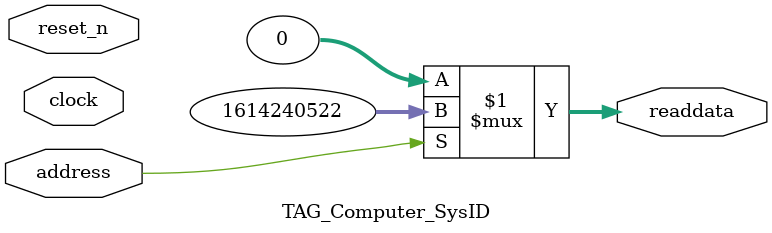
<source format=v>

`timescale 1ns / 1ps
// synthesis translate_on

// turn off superfluous verilog processor warnings 
// altera message_level Level1 
// altera message_off 10034 10035 10036 10037 10230 10240 10030 

module TAG_Computer_SysID (
               // inputs:
                address,
                clock,
                reset_n,

               // outputs:
                readdata
             )
;

  output  [ 31: 0] readdata;
  input            address;
  input            clock;
  input            reset_n;

  wire    [ 31: 0] readdata;
  //control_slave, which is an e_avalon_slave
  assign readdata = address ? 1614240522 : 0;

endmodule




</source>
